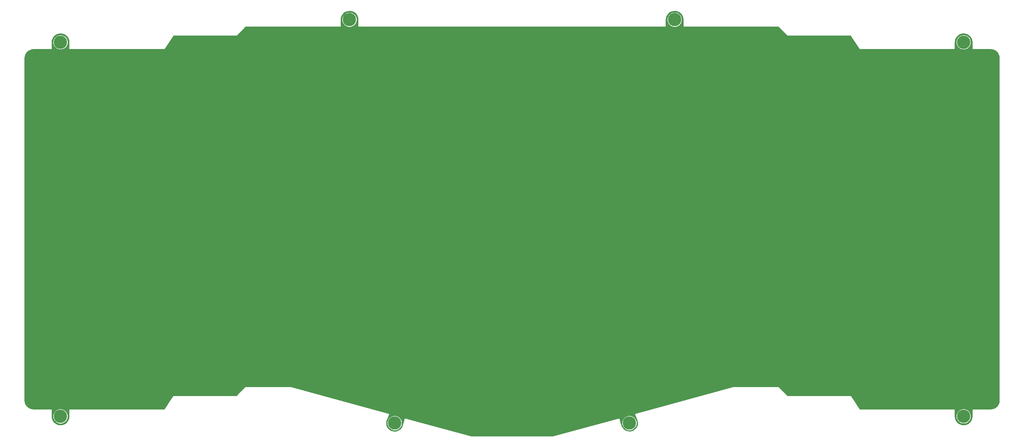
<source format=gbr>
G04 #@! TF.GenerationSoftware,KiCad,Pcbnew,(5.1.4-0)*
G04 #@! TF.CreationDate,2021-10-13T07:22:11-05:00*
G04 #@! TF.ProjectId,niko_top_plate,6e696b6f-5f74-46f7-905f-706c6174652e,rev?*
G04 #@! TF.SameCoordinates,Original*
G04 #@! TF.FileFunction,Copper,L1,Top*
G04 #@! TF.FilePolarity,Positive*
%FSLAX46Y46*%
G04 Gerber Fmt 4.6, Leading zero omitted, Abs format (unit mm)*
G04 Created by KiCad (PCBNEW (5.1.4-0)) date 2021-10-13 07:22:11*
%MOMM*%
%LPD*%
G04 APERTURE LIST*
%ADD10C,3.500000*%
%ADD11C,0.500000*%
%ADD12C,0.254000*%
G04 APERTURE END LIST*
D10*
X73819060Y-79176893D03*
X73819060Y-177999187D03*
X150019380Y-73223743D03*
X161926392Y-179784702D03*
X235744740Y-73223743D03*
X223839154Y-179784476D03*
X311945060Y-79176893D03*
X311945060Y-177998755D03*
D11*
X308373170Y-91526830D03*
D12*
G36*
X236162322Y-71034685D02*
G01*
X236579564Y-71157485D01*
X236965002Y-71358989D01*
X237303959Y-71631517D01*
X237583532Y-71964698D01*
X237793062Y-72345832D01*
X237924572Y-72760404D01*
X237973828Y-73199527D01*
X237974001Y-73224363D01*
X237974426Y-75002170D01*
X237973694Y-75009606D01*
X237974430Y-75017080D01*
X237974430Y-75017104D01*
X237975186Y-75024763D01*
X237976628Y-75039402D01*
X237976635Y-75039424D01*
X237976636Y-75039438D01*
X237979975Y-75050435D01*
X237985319Y-75068054D01*
X237985330Y-75068074D01*
X237985334Y-75068088D01*
X237991226Y-75079106D01*
X237999433Y-75094460D01*
X237999446Y-75094475D01*
X237999454Y-75094491D01*
X238008724Y-75105781D01*
X238018428Y-75117605D01*
X238018442Y-75117617D01*
X238018454Y-75117631D01*
X238030309Y-75127356D01*
X238041573Y-75136600D01*
X238041588Y-75136608D01*
X238041604Y-75136621D01*
X238055204Y-75143886D01*
X238067979Y-75150714D01*
X238067997Y-75150719D01*
X238068013Y-75150728D01*
X238084003Y-75155575D01*
X238096631Y-75159405D01*
X238096645Y-75159406D01*
X238096667Y-75159413D01*
X238113240Y-75161041D01*
X238118966Y-75161605D01*
X238118982Y-75161605D01*
X238126464Y-75162340D01*
X238133907Y-75161605D01*
X263066271Y-75161690D01*
X265397730Y-77493150D01*
X265402490Y-77498950D01*
X265425635Y-77517945D01*
X265452041Y-77532059D01*
X265472001Y-77538113D01*
X265480692Y-77540750D01*
X265483604Y-77541037D01*
X265503028Y-77542950D01*
X265503035Y-77542950D01*
X265510489Y-77543684D01*
X265517944Y-77542950D01*
X282097963Y-77542950D01*
X284430008Y-81041019D01*
X284433576Y-81047695D01*
X284442563Y-81058646D01*
X284452457Y-81070727D01*
X284452522Y-81070781D01*
X284452571Y-81070840D01*
X284463581Y-81079876D01*
X284475582Y-81089746D01*
X284475656Y-81089785D01*
X284475716Y-81089835D01*
X284488315Y-81096569D01*
X284501973Y-81103888D01*
X284502054Y-81103913D01*
X284502122Y-81103949D01*
X284515803Y-81108099D01*
X284530616Y-81112609D01*
X284530699Y-81112617D01*
X284530774Y-81112640D01*
X284545316Y-81114072D01*
X284560410Y-81115575D01*
X284567953Y-81114840D01*
X309556329Y-81114735D01*
X309563800Y-81115471D01*
X309593597Y-81112536D01*
X309622249Y-81103845D01*
X309648655Y-81089731D01*
X309671800Y-81070736D01*
X309690795Y-81047591D01*
X309704909Y-81021185D01*
X309713600Y-80992533D01*
X309715800Y-80970198D01*
X309715800Y-80970190D01*
X309716534Y-80962736D01*
X309715800Y-80955284D01*
X309715800Y-79184332D01*
X309735911Y-78979221D01*
X309938060Y-78979221D01*
X309938060Y-79374565D01*
X310015188Y-79762313D01*
X310166480Y-80127564D01*
X310386121Y-80456281D01*
X310665672Y-80735832D01*
X310994389Y-80955473D01*
X311359640Y-81106765D01*
X311747388Y-81183893D01*
X312142732Y-81183893D01*
X312530480Y-81106765D01*
X312895731Y-80955473D01*
X313224448Y-80735832D01*
X313503999Y-80456281D01*
X313723640Y-80127564D01*
X313874932Y-79762313D01*
X313952060Y-79374565D01*
X313952060Y-78979221D01*
X313874932Y-78591473D01*
X313723640Y-78226222D01*
X313503999Y-77897505D01*
X313224448Y-77617954D01*
X312895731Y-77398313D01*
X312530480Y-77247021D01*
X312142732Y-77169893D01*
X311747388Y-77169893D01*
X311359640Y-77247021D01*
X310994389Y-77398313D01*
X310665672Y-77617954D01*
X310386121Y-77897505D01*
X310166480Y-78226222D01*
X310015188Y-78591473D01*
X309938060Y-78979221D01*
X309735911Y-78979221D01*
X309758972Y-78744036D01*
X309884680Y-78327668D01*
X310088868Y-77943644D01*
X310363759Y-77606595D01*
X310698881Y-77329358D01*
X311081473Y-77122491D01*
X311496952Y-76993879D01*
X311929503Y-76948416D01*
X312362642Y-76987835D01*
X312779884Y-77110635D01*
X313165322Y-77312139D01*
X313504279Y-77584667D01*
X313783852Y-77917848D01*
X313993382Y-78298982D01*
X314124892Y-78713554D01*
X314174148Y-79152677D01*
X314174320Y-79177381D01*
X314174321Y-80955264D01*
X314173585Y-80962736D01*
X314176520Y-80992533D01*
X314185211Y-81021185D01*
X314199325Y-81047591D01*
X314218320Y-81070736D01*
X314241465Y-81089731D01*
X314267871Y-81103845D01*
X314296523Y-81112536D01*
X314318858Y-81114736D01*
X314326320Y-81115471D01*
X314333782Y-81114736D01*
X319081557Y-81114736D01*
X319521852Y-81157908D01*
X319938222Y-81283617D01*
X320322242Y-81487804D01*
X320659291Y-81762694D01*
X320936523Y-82097811D01*
X321143390Y-82480404D01*
X321272003Y-82895882D01*
X321318205Y-83335465D01*
X321318100Y-83336527D01*
X321318249Y-173824115D01*
X321275076Y-174264420D01*
X321149367Y-174680790D01*
X320945179Y-175064811D01*
X320670290Y-175401859D01*
X320335173Y-175679091D01*
X319952580Y-175885958D01*
X319537102Y-176014571D01*
X319097393Y-176060786D01*
X319088753Y-176060816D01*
X314333782Y-176060816D01*
X314326320Y-176060081D01*
X314318858Y-176060816D01*
X314296523Y-176063016D01*
X314267871Y-176071707D01*
X314241465Y-176085821D01*
X314218320Y-176104816D01*
X314199325Y-176127961D01*
X314185211Y-176154367D01*
X314176520Y-176183019D01*
X314173585Y-176212816D01*
X314174321Y-176220288D01*
X314174320Y-177991316D01*
X314131148Y-178431613D01*
X314005438Y-178847984D01*
X313801250Y-179232006D01*
X313526361Y-179569052D01*
X313191239Y-179846290D01*
X312808646Y-180053158D01*
X312393168Y-180181769D01*
X311960618Y-180227232D01*
X311527477Y-180187813D01*
X311110236Y-180065013D01*
X310724799Y-179863510D01*
X310385841Y-179590981D01*
X310106270Y-179257802D01*
X309896739Y-178876667D01*
X309765228Y-178462095D01*
X309715972Y-178022971D01*
X309715800Y-177998267D01*
X309715800Y-177801083D01*
X309938060Y-177801083D01*
X309938060Y-178196427D01*
X310015188Y-178584175D01*
X310166480Y-178949426D01*
X310386121Y-179278143D01*
X310665672Y-179557694D01*
X310994389Y-179777335D01*
X311359640Y-179928627D01*
X311747388Y-180005755D01*
X312142732Y-180005755D01*
X312530480Y-179928627D01*
X312895731Y-179777335D01*
X313224448Y-179557694D01*
X313503999Y-179278143D01*
X313723640Y-178949426D01*
X313874932Y-178584175D01*
X313952060Y-178196427D01*
X313952060Y-177801083D01*
X313874932Y-177413335D01*
X313723640Y-177048084D01*
X313503999Y-176719367D01*
X313224448Y-176439816D01*
X312895731Y-176220175D01*
X312530480Y-176068883D01*
X312142732Y-175991755D01*
X311747388Y-175991755D01*
X311359640Y-176068883D01*
X310994389Y-176220175D01*
X310665672Y-176439816D01*
X310386121Y-176719367D01*
X310166480Y-177048084D01*
X310015188Y-177413335D01*
X309938060Y-177801083D01*
X309715800Y-177801083D01*
X309715800Y-176220702D01*
X309716535Y-176213240D01*
X309713600Y-176183443D01*
X309704909Y-176154791D01*
X309690795Y-176128385D01*
X309671800Y-176105240D01*
X309648655Y-176086245D01*
X309622249Y-176072131D01*
X309593597Y-176063440D01*
X309571262Y-176061240D01*
X309563800Y-176060505D01*
X309556338Y-176061240D01*
X284641918Y-176061240D01*
X282309881Y-172563186D01*
X282306305Y-172556495D01*
X282296240Y-172544231D01*
X282287422Y-172533464D01*
X282287365Y-172533417D01*
X282287310Y-172533350D01*
X282275039Y-172523279D01*
X282264298Y-172514445D01*
X282264231Y-172514409D01*
X282264165Y-172514355D01*
X282250441Y-172507020D01*
X282237907Y-172500303D01*
X282237833Y-172500280D01*
X282237759Y-172500241D01*
X282223247Y-172495839D01*
X282209263Y-172491581D01*
X282209183Y-172491573D01*
X282209107Y-172491550D01*
X282194375Y-172490099D01*
X282179469Y-172488615D01*
X282171927Y-172489350D01*
X265573450Y-172489350D01*
X263241993Y-170157894D01*
X263237235Y-170152096D01*
X263214091Y-170133100D01*
X263187686Y-170118984D01*
X263159034Y-170110292D01*
X263159033Y-170110292D01*
X263159027Y-170110290D01*
X263129230Y-170107355D01*
X263121766Y-170108090D01*
X251223658Y-170107484D01*
X251210648Y-170107155D01*
X251201356Y-170108760D01*
X251191977Y-170109683D01*
X251179537Y-170113456D01*
X225302825Y-177252786D01*
X225299466Y-177253076D01*
X225270710Y-177261418D01*
X225262265Y-177265800D01*
X225258054Y-177267421D01*
X225253066Y-177270574D01*
X225244134Y-177275209D01*
X225238128Y-177280016D01*
X225232745Y-177283419D01*
X225226711Y-177289154D01*
X225220759Y-177293919D01*
X225217004Y-177298382D01*
X225211044Y-177304048D01*
X225204842Y-177312840D01*
X225201484Y-177316831D01*
X225199562Y-177320324D01*
X225193784Y-177328514D01*
X225188461Y-177340497D01*
X225187049Y-177343063D01*
X225186373Y-177345198D01*
X225181629Y-177355877D01*
X225178273Y-177370771D01*
X225178008Y-177371607D01*
X225177934Y-177372274D01*
X225175047Y-177385086D01*
X225174289Y-177415017D01*
X225179384Y-177444521D01*
X225190139Y-177472464D01*
X225193628Y-177477984D01*
X225779540Y-178942765D01*
X225907116Y-179344971D01*
X225953099Y-179755008D01*
X225918562Y-180166172D01*
X225804821Y-180562795D01*
X225616208Y-180929775D01*
X225359909Y-181253127D01*
X225045687Y-181520538D01*
X224685506Y-181721825D01*
X224293083Y-181849319D01*
X223883380Y-181898163D01*
X223471983Y-181866498D01*
X223074574Y-181755529D01*
X222706293Y-181569485D01*
X222381157Y-181315448D01*
X222111556Y-181003096D01*
X221907352Y-180643611D01*
X221785219Y-180289262D01*
X221591603Y-179586804D01*
X221832154Y-179586804D01*
X221832154Y-179982148D01*
X221909282Y-180369896D01*
X222060574Y-180735147D01*
X222280215Y-181063864D01*
X222559766Y-181343415D01*
X222888483Y-181563056D01*
X223253734Y-181714348D01*
X223641482Y-181791476D01*
X224036826Y-181791476D01*
X224424574Y-181714348D01*
X224789825Y-181563056D01*
X225118542Y-181343415D01*
X225398093Y-181063864D01*
X225617734Y-180735147D01*
X225769026Y-180369896D01*
X225846154Y-179982148D01*
X225846154Y-179586804D01*
X225769026Y-179199056D01*
X225617734Y-178833805D01*
X225398093Y-178505088D01*
X225118542Y-178225537D01*
X224789825Y-178005896D01*
X224424574Y-177854604D01*
X224036826Y-177777476D01*
X223641482Y-177777476D01*
X223253734Y-177854604D01*
X222888483Y-178005896D01*
X222559766Y-178225537D01*
X222280215Y-178505088D01*
X222060574Y-178833805D01*
X221909282Y-179199056D01*
X221832154Y-179586804D01*
X221591603Y-179586804D01*
X221304802Y-178546270D01*
X221296747Y-178525322D01*
X221280755Y-178500009D01*
X221260132Y-178478303D01*
X221235669Y-178461037D01*
X221208309Y-178448875D01*
X221179102Y-178442285D01*
X221149172Y-178441520D01*
X221119666Y-178446608D01*
X221108996Y-178450711D01*
X203574092Y-183205020D01*
X182186641Y-183205020D01*
X164652948Y-178449201D01*
X164646236Y-178446620D01*
X164638535Y-178445292D01*
X164638240Y-178445212D01*
X164631255Y-178444037D01*
X164616730Y-178441532D01*
X164616417Y-178441540D01*
X164616108Y-178441488D01*
X164601422Y-178441924D01*
X164586799Y-178442298D01*
X164586495Y-178442367D01*
X164586181Y-178442376D01*
X164571849Y-178445671D01*
X164557592Y-178448888D01*
X164557307Y-178449015D01*
X164557001Y-178449085D01*
X164543531Y-178455138D01*
X164530232Y-178461050D01*
X164529979Y-178461229D01*
X164529691Y-178461358D01*
X164517776Y-178469841D01*
X164505769Y-178478315D01*
X164505551Y-178478545D01*
X164505299Y-178478724D01*
X164495338Y-178489294D01*
X164485146Y-178500022D01*
X164484978Y-178500288D01*
X164484765Y-178500514D01*
X164477115Y-178512734D01*
X164469154Y-178525334D01*
X164469039Y-178525633D01*
X164468877Y-178525892D01*
X164463763Y-178539354D01*
X164461099Y-178546282D01*
X164461014Y-178546590D01*
X164458244Y-178553882D01*
X164457053Y-178560963D01*
X163980900Y-180288488D01*
X163839121Y-180685855D01*
X163627620Y-181040141D01*
X163351335Y-181346596D01*
X163020791Y-181593548D01*
X162648578Y-181771594D01*
X162248858Y-181873956D01*
X161836881Y-181896727D01*
X161428329Y-181839046D01*
X161038746Y-181703103D01*
X160683005Y-181494088D01*
X160374623Y-181219945D01*
X160125370Y-180891135D01*
X159944728Y-180520168D01*
X159839580Y-180121180D01*
X159813932Y-179709370D01*
X159830334Y-179587030D01*
X159919392Y-179587030D01*
X159919392Y-179982374D01*
X159996520Y-180370122D01*
X160147812Y-180735373D01*
X160367453Y-181064090D01*
X160647004Y-181343641D01*
X160975721Y-181563282D01*
X161340972Y-181714574D01*
X161728720Y-181791702D01*
X162124064Y-181791702D01*
X162511812Y-181714574D01*
X162877063Y-181563282D01*
X163205780Y-181343641D01*
X163485331Y-181064090D01*
X163704972Y-180735373D01*
X163856264Y-180370122D01*
X163933392Y-179982374D01*
X163933392Y-179587030D01*
X163856264Y-179199282D01*
X163704972Y-178834031D01*
X163485331Y-178505314D01*
X163205780Y-178225763D01*
X162877063Y-178006122D01*
X162511812Y-177854830D01*
X162124064Y-177777702D01*
X161728720Y-177777702D01*
X161340972Y-177854830D01*
X160975721Y-178006122D01*
X160647004Y-178225763D01*
X160367453Y-178505314D01*
X160147812Y-178834031D01*
X159996520Y-179199282D01*
X159919392Y-179587030D01*
X159830334Y-179587030D01*
X159868872Y-179299597D01*
X159986059Y-178943535D01*
X160574413Y-177472648D01*
X160574952Y-177471795D01*
X160579961Y-177458777D01*
X160582367Y-177452763D01*
X160582647Y-177451798D01*
X160585705Y-177443851D01*
X160586811Y-177437446D01*
X160588620Y-177431209D01*
X160589351Y-177422732D01*
X160590798Y-177414347D01*
X160590633Y-177407850D01*
X160591191Y-177401378D01*
X160590255Y-177392929D01*
X160590039Y-177384415D01*
X160588609Y-177378072D01*
X160587894Y-177371619D01*
X160585327Y-177363514D01*
X160583454Y-177355207D01*
X160580813Y-177349262D01*
X160578853Y-177343075D01*
X160574756Y-177335631D01*
X160571297Y-177327844D01*
X160567546Y-177322528D01*
X160564418Y-177316843D01*
X160558947Y-177310340D01*
X160554036Y-177303379D01*
X160549323Y-177298899D01*
X160545143Y-177293931D01*
X160538503Y-177288616D01*
X160532333Y-177282752D01*
X160526836Y-177279277D01*
X160521768Y-177275221D01*
X160514224Y-177271306D01*
X160507024Y-177266755D01*
X160500956Y-177264420D01*
X160495192Y-177261429D01*
X160487022Y-177259059D01*
X160486078Y-177258696D01*
X160479799Y-177256964D01*
X160466436Y-177253088D01*
X160465433Y-177253001D01*
X134583469Y-170114076D01*
X134570987Y-170110290D01*
X134561590Y-170109364D01*
X134552297Y-170107760D01*
X134539301Y-170108090D01*
X122642344Y-170108090D01*
X122634889Y-170107356D01*
X122627435Y-170108090D01*
X122627428Y-170108090D01*
X122608004Y-170110003D01*
X122605092Y-170110290D01*
X122596401Y-170112927D01*
X122576441Y-170118981D01*
X122550035Y-170133095D01*
X122526890Y-170152090D01*
X122522130Y-170157890D01*
X120190671Y-172489350D01*
X103592192Y-172489350D01*
X103584650Y-172488615D01*
X103569650Y-172490108D01*
X103555013Y-172491550D01*
X103554938Y-172491573D01*
X103554856Y-172491581D01*
X103540309Y-172496010D01*
X103526361Y-172500241D01*
X103526292Y-172500278D01*
X103526213Y-172500302D01*
X103512946Y-172507411D01*
X103499955Y-172514355D01*
X103499893Y-172514406D01*
X103499822Y-172514444D01*
X103488291Y-172523928D01*
X103476810Y-172533350D01*
X103476759Y-172533412D01*
X103476697Y-172533463D01*
X103467269Y-172544976D01*
X103457815Y-172556495D01*
X103454243Y-172563179D01*
X101122204Y-176061239D01*
X76207785Y-176060816D01*
X76200320Y-176060081D01*
X76170524Y-176063016D01*
X76141872Y-176071707D01*
X76115466Y-176085821D01*
X76092321Y-176104816D01*
X76091895Y-176105335D01*
X76073327Y-176127959D01*
X76059212Y-176154365D01*
X76050521Y-176183017D01*
X76047586Y-176212814D01*
X76048321Y-176220278D01*
X76048320Y-177991748D01*
X76005148Y-178432045D01*
X75879438Y-178848416D01*
X75675250Y-179232438D01*
X75400361Y-179569484D01*
X75065239Y-179846722D01*
X74682646Y-180053590D01*
X74267168Y-180182201D01*
X73834618Y-180227664D01*
X73401477Y-180188245D01*
X72984236Y-180065445D01*
X72598799Y-179863942D01*
X72259841Y-179591413D01*
X71980270Y-179258234D01*
X71770739Y-178877099D01*
X71639228Y-178462527D01*
X71589972Y-178023403D01*
X71589799Y-177998626D01*
X71589908Y-177801515D01*
X71812060Y-177801515D01*
X71812060Y-178196859D01*
X71889188Y-178584607D01*
X72040480Y-178949858D01*
X72260121Y-179278575D01*
X72539672Y-179558126D01*
X72868389Y-179777767D01*
X73233640Y-179929059D01*
X73621388Y-180006187D01*
X74016732Y-180006187D01*
X74404480Y-179929059D01*
X74769731Y-179777767D01*
X75098448Y-179558126D01*
X75377999Y-179278575D01*
X75597640Y-178949858D01*
X75748932Y-178584607D01*
X75826060Y-178196859D01*
X75826060Y-177801515D01*
X75748932Y-177413767D01*
X75597640Y-177048516D01*
X75377999Y-176719799D01*
X75098448Y-176440248D01*
X74769731Y-176220607D01*
X74404480Y-176069315D01*
X74016732Y-175992187D01*
X73621388Y-175992187D01*
X73233640Y-176069315D01*
X72868389Y-176220607D01*
X72539672Y-176440248D01*
X72260121Y-176719799D01*
X72040480Y-177048516D01*
X71889188Y-177413767D01*
X71812060Y-177801515D01*
X71589908Y-177801515D01*
X71590784Y-176220321D01*
X71591523Y-176212816D01*
X71590002Y-176197374D01*
X71588604Y-176183103D01*
X71588593Y-176183065D01*
X71588588Y-176183019D01*
X71583835Y-176167349D01*
X71579929Y-176154446D01*
X71579910Y-176154411D01*
X71579897Y-176154367D01*
X71572040Y-176139667D01*
X71565829Y-176128032D01*
X71565806Y-176128004D01*
X71565783Y-176127961D01*
X71554847Y-176114636D01*
X71546847Y-176104877D01*
X71546820Y-176104854D01*
X71546788Y-176104816D01*
X71533636Y-176094022D01*
X71523713Y-176085869D01*
X71523680Y-176085851D01*
X71523643Y-176085821D01*
X71509177Y-176078089D01*
X71497315Y-176071740D01*
X71497277Y-176071729D01*
X71497237Y-176071707D01*
X71481770Y-176067015D01*
X71468667Y-176063033D01*
X71468628Y-176063029D01*
X71468585Y-176063016D01*
X71452245Y-176061406D01*
X71438872Y-176060082D01*
X71431377Y-176060816D01*
X66683723Y-176060816D01*
X66243428Y-176017644D01*
X65827058Y-175891935D01*
X65443037Y-175687747D01*
X65105989Y-175412858D01*
X64828757Y-175077741D01*
X64621890Y-174695148D01*
X64493277Y-174279670D01*
X64447062Y-173839961D01*
X64447032Y-173831321D01*
X64447032Y-83351427D01*
X64490204Y-82911132D01*
X64615913Y-82494762D01*
X64820100Y-82110742D01*
X65094990Y-81773693D01*
X65430107Y-81496461D01*
X65812700Y-81289594D01*
X66228178Y-81160981D01*
X66667887Y-81114766D01*
X66668070Y-81114766D01*
X66668826Y-81114840D01*
X71431370Y-81114735D01*
X71438872Y-81115470D01*
X71453603Y-81114011D01*
X71468588Y-81112535D01*
X71468628Y-81112523D01*
X71468667Y-81112519D01*
X71482742Y-81108241D01*
X71497240Y-81103843D01*
X71497276Y-81103824D01*
X71497315Y-81103812D01*
X71510117Y-81096960D01*
X71523645Y-81089729D01*
X71523679Y-81089701D01*
X71523713Y-81089683D01*
X71534506Y-81080815D01*
X71546790Y-81070733D01*
X71546818Y-81070699D01*
X71546847Y-81070675D01*
X71555679Y-81059901D01*
X71565784Y-81047588D01*
X71565804Y-81047550D01*
X71565829Y-81047520D01*
X71572708Y-81034634D01*
X71579898Y-81021181D01*
X71579910Y-81021142D01*
X71579929Y-81021106D01*
X71584282Y-81006727D01*
X71588588Y-80992529D01*
X71588592Y-80992489D01*
X71588604Y-80992449D01*
X71590165Y-80976512D01*
X71591522Y-80962733D01*
X71590784Y-80955238D01*
X71589803Y-79184298D01*
X71609911Y-78979221D01*
X71812060Y-78979221D01*
X71812060Y-79374565D01*
X71889188Y-79762313D01*
X72040480Y-80127564D01*
X72260121Y-80456281D01*
X72539672Y-80735832D01*
X72868389Y-80955473D01*
X73233640Y-81106765D01*
X73621388Y-81183893D01*
X74016732Y-81183893D01*
X74404480Y-81106765D01*
X74769731Y-80955473D01*
X75098448Y-80735832D01*
X75377999Y-80456281D01*
X75597640Y-80127564D01*
X75748932Y-79762313D01*
X75826060Y-79374565D01*
X75826060Y-78979221D01*
X75748932Y-78591473D01*
X75597640Y-78226222D01*
X75377999Y-77897505D01*
X75098448Y-77617954D01*
X74769731Y-77398313D01*
X74404480Y-77247021D01*
X74016732Y-77169893D01*
X73621388Y-77169893D01*
X73233640Y-77247021D01*
X72868389Y-77398313D01*
X72539672Y-77617954D01*
X72260121Y-77897505D01*
X72040480Y-78226222D01*
X71889188Y-78591473D01*
X71812060Y-78979221D01*
X71609911Y-78979221D01*
X71632972Y-78744036D01*
X71758680Y-78327668D01*
X71962868Y-77943644D01*
X72237759Y-77606595D01*
X72572881Y-77329358D01*
X72955473Y-77122491D01*
X73370952Y-76993879D01*
X73803503Y-76948416D01*
X74236642Y-76987835D01*
X74653884Y-77110635D01*
X75039322Y-77312139D01*
X75378279Y-77584667D01*
X75657852Y-77917848D01*
X75867382Y-78298982D01*
X75998892Y-78713554D01*
X76048148Y-79152677D01*
X76048320Y-79177425D01*
X76049289Y-80955316D01*
X76048558Y-80962736D01*
X76049297Y-80970241D01*
X76049297Y-80970280D01*
X76049964Y-80977016D01*
X76051492Y-80992532D01*
X76051505Y-80992575D01*
X76051509Y-80992614D01*
X76055659Y-81006269D01*
X76060183Y-81021184D01*
X76060203Y-81021221D01*
X76060215Y-81021261D01*
X76066927Y-81033801D01*
X76074297Y-81047590D01*
X76074326Y-81047625D01*
X76074344Y-81047659D01*
X76083400Y-81058682D01*
X76093292Y-81070735D01*
X76093324Y-81070762D01*
X76093351Y-81070794D01*
X76104472Y-81079910D01*
X76116437Y-81089730D01*
X76116477Y-81089751D01*
X76116507Y-81089776D01*
X76129105Y-81096501D01*
X76142843Y-81103844D01*
X76142883Y-81103856D01*
X76142920Y-81103876D01*
X76157061Y-81108157D01*
X76171495Y-81112535D01*
X76171538Y-81112539D01*
X76171577Y-81112551D01*
X76186235Y-81113987D01*
X76193830Y-81114735D01*
X76193872Y-81114735D01*
X76201375Y-81115470D01*
X76208795Y-81114735D01*
X101196166Y-81114840D01*
X101203709Y-81115575D01*
X101218709Y-81114082D01*
X101233346Y-81112640D01*
X101233421Y-81112617D01*
X101233503Y-81112609D01*
X101247747Y-81108272D01*
X101261998Y-81103949D01*
X101262070Y-81103910D01*
X101262147Y-81103887D01*
X101275073Y-81096961D01*
X101288404Y-81089835D01*
X101288468Y-81089783D01*
X101288538Y-81089745D01*
X101299922Y-81080382D01*
X101311549Y-81070840D01*
X101311602Y-81070775D01*
X101311662Y-81070726D01*
X101321378Y-81058863D01*
X101330544Y-81047695D01*
X101334116Y-81041012D01*
X103666158Y-77542950D01*
X120246168Y-77542950D01*
X120253630Y-77543685D01*
X120283427Y-77540750D01*
X120312079Y-77532059D01*
X120338485Y-77517945D01*
X120361630Y-77498950D01*
X120366395Y-77493144D01*
X122697850Y-75161690D01*
X147630649Y-75161605D01*
X147638120Y-75162341D01*
X147667917Y-75159406D01*
X147696569Y-75150715D01*
X147722975Y-75136601D01*
X147746120Y-75117606D01*
X147765115Y-75094461D01*
X147779229Y-75068055D01*
X147787920Y-75039403D01*
X147790120Y-75017068D01*
X147790120Y-75017060D01*
X147790854Y-75009606D01*
X147790120Y-75002154D01*
X147790120Y-73231182D01*
X147810231Y-73026071D01*
X148012380Y-73026071D01*
X148012380Y-73421415D01*
X148089508Y-73809163D01*
X148240800Y-74174414D01*
X148460441Y-74503131D01*
X148739992Y-74782682D01*
X149068709Y-75002323D01*
X149433960Y-75153615D01*
X149821708Y-75230743D01*
X150217052Y-75230743D01*
X150604800Y-75153615D01*
X150970051Y-75002323D01*
X151298768Y-74782682D01*
X151578319Y-74503131D01*
X151797960Y-74174414D01*
X151949252Y-73809163D01*
X152026380Y-73421415D01*
X152026380Y-73026071D01*
X151949252Y-72638323D01*
X151797960Y-72273072D01*
X151578319Y-71944355D01*
X151298768Y-71664804D01*
X150970051Y-71445163D01*
X150604800Y-71293871D01*
X150217052Y-71216743D01*
X149821708Y-71216743D01*
X149433960Y-71293871D01*
X149068709Y-71445163D01*
X148739992Y-71664804D01*
X148460441Y-71944355D01*
X148240800Y-72273072D01*
X148089508Y-72638323D01*
X148012380Y-73026071D01*
X147810231Y-73026071D01*
X147833292Y-72790886D01*
X147959000Y-72374518D01*
X148163188Y-71990494D01*
X148438079Y-71653445D01*
X148773201Y-71376208D01*
X149155793Y-71169341D01*
X149571272Y-71040729D01*
X150003823Y-70995266D01*
X150436962Y-71034685D01*
X150854204Y-71157485D01*
X151239642Y-71358989D01*
X151578599Y-71631517D01*
X151858172Y-71964698D01*
X152067702Y-72345832D01*
X152199212Y-72760404D01*
X152248468Y-73199527D01*
X152248640Y-73224231D01*
X152248641Y-75002134D01*
X152247905Y-75009606D01*
X152250840Y-75039403D01*
X152259531Y-75068055D01*
X152273645Y-75094461D01*
X152292640Y-75117606D01*
X152315785Y-75136601D01*
X152342191Y-75150715D01*
X152370843Y-75159406D01*
X152393178Y-75161606D01*
X152400640Y-75162341D01*
X152408102Y-75161606D01*
X233356018Y-75161606D01*
X233363480Y-75162341D01*
X233393277Y-75159406D01*
X233421929Y-75150715D01*
X233448335Y-75136601D01*
X233471480Y-75117606D01*
X233490475Y-75094461D01*
X233504589Y-75068055D01*
X233513280Y-75039403D01*
X233515480Y-75017068D01*
X233516215Y-75009606D01*
X233515480Y-75002144D01*
X233515480Y-73231182D01*
X233535591Y-73026071D01*
X233737740Y-73026071D01*
X233737740Y-73421415D01*
X233814868Y-73809163D01*
X233966160Y-74174414D01*
X234185801Y-74503131D01*
X234465352Y-74782682D01*
X234794069Y-75002323D01*
X235159320Y-75153615D01*
X235547068Y-75230743D01*
X235942412Y-75230743D01*
X236330160Y-75153615D01*
X236695411Y-75002323D01*
X237024128Y-74782682D01*
X237303679Y-74503131D01*
X237523320Y-74174414D01*
X237674612Y-73809163D01*
X237751740Y-73421415D01*
X237751740Y-73026071D01*
X237674612Y-72638323D01*
X237523320Y-72273072D01*
X237303679Y-71944355D01*
X237024128Y-71664804D01*
X236695411Y-71445163D01*
X236330160Y-71293871D01*
X235942412Y-71216743D01*
X235547068Y-71216743D01*
X235159320Y-71293871D01*
X234794069Y-71445163D01*
X234465352Y-71664804D01*
X234185801Y-71944355D01*
X233966160Y-72273072D01*
X233814868Y-72638323D01*
X233737740Y-73026071D01*
X233535591Y-73026071D01*
X233558652Y-72790886D01*
X233684360Y-72374518D01*
X233888548Y-71990494D01*
X234163439Y-71653445D01*
X234498561Y-71376208D01*
X234881153Y-71169341D01*
X235296632Y-71040729D01*
X235729183Y-70995266D01*
X236162322Y-71034685D01*
X236162322Y-71034685D01*
G37*
X236162322Y-71034685D02*
X236579564Y-71157485D01*
X236965002Y-71358989D01*
X237303959Y-71631517D01*
X237583532Y-71964698D01*
X237793062Y-72345832D01*
X237924572Y-72760404D01*
X237973828Y-73199527D01*
X237974001Y-73224363D01*
X237974426Y-75002170D01*
X237973694Y-75009606D01*
X237974430Y-75017080D01*
X237974430Y-75017104D01*
X237975186Y-75024763D01*
X237976628Y-75039402D01*
X237976635Y-75039424D01*
X237976636Y-75039438D01*
X237979975Y-75050435D01*
X237985319Y-75068054D01*
X237985330Y-75068074D01*
X237985334Y-75068088D01*
X237991226Y-75079106D01*
X237999433Y-75094460D01*
X237999446Y-75094475D01*
X237999454Y-75094491D01*
X238008724Y-75105781D01*
X238018428Y-75117605D01*
X238018442Y-75117617D01*
X238018454Y-75117631D01*
X238030309Y-75127356D01*
X238041573Y-75136600D01*
X238041588Y-75136608D01*
X238041604Y-75136621D01*
X238055204Y-75143886D01*
X238067979Y-75150714D01*
X238067997Y-75150719D01*
X238068013Y-75150728D01*
X238084003Y-75155575D01*
X238096631Y-75159405D01*
X238096645Y-75159406D01*
X238096667Y-75159413D01*
X238113240Y-75161041D01*
X238118966Y-75161605D01*
X238118982Y-75161605D01*
X238126464Y-75162340D01*
X238133907Y-75161605D01*
X263066271Y-75161690D01*
X265397730Y-77493150D01*
X265402490Y-77498950D01*
X265425635Y-77517945D01*
X265452041Y-77532059D01*
X265472001Y-77538113D01*
X265480692Y-77540750D01*
X265483604Y-77541037D01*
X265503028Y-77542950D01*
X265503035Y-77542950D01*
X265510489Y-77543684D01*
X265517944Y-77542950D01*
X282097963Y-77542950D01*
X284430008Y-81041019D01*
X284433576Y-81047695D01*
X284442563Y-81058646D01*
X284452457Y-81070727D01*
X284452522Y-81070781D01*
X284452571Y-81070840D01*
X284463581Y-81079876D01*
X284475582Y-81089746D01*
X284475656Y-81089785D01*
X284475716Y-81089835D01*
X284488315Y-81096569D01*
X284501973Y-81103888D01*
X284502054Y-81103913D01*
X284502122Y-81103949D01*
X284515803Y-81108099D01*
X284530616Y-81112609D01*
X284530699Y-81112617D01*
X284530774Y-81112640D01*
X284545316Y-81114072D01*
X284560410Y-81115575D01*
X284567953Y-81114840D01*
X309556329Y-81114735D01*
X309563800Y-81115471D01*
X309593597Y-81112536D01*
X309622249Y-81103845D01*
X309648655Y-81089731D01*
X309671800Y-81070736D01*
X309690795Y-81047591D01*
X309704909Y-81021185D01*
X309713600Y-80992533D01*
X309715800Y-80970198D01*
X309715800Y-80970190D01*
X309716534Y-80962736D01*
X309715800Y-80955284D01*
X309715800Y-79184332D01*
X309735911Y-78979221D01*
X309938060Y-78979221D01*
X309938060Y-79374565D01*
X310015188Y-79762313D01*
X310166480Y-80127564D01*
X310386121Y-80456281D01*
X310665672Y-80735832D01*
X310994389Y-80955473D01*
X311359640Y-81106765D01*
X311747388Y-81183893D01*
X312142732Y-81183893D01*
X312530480Y-81106765D01*
X312895731Y-80955473D01*
X313224448Y-80735832D01*
X313503999Y-80456281D01*
X313723640Y-80127564D01*
X313874932Y-79762313D01*
X313952060Y-79374565D01*
X313952060Y-78979221D01*
X313874932Y-78591473D01*
X313723640Y-78226222D01*
X313503999Y-77897505D01*
X313224448Y-77617954D01*
X312895731Y-77398313D01*
X312530480Y-77247021D01*
X312142732Y-77169893D01*
X311747388Y-77169893D01*
X311359640Y-77247021D01*
X310994389Y-77398313D01*
X310665672Y-77617954D01*
X310386121Y-77897505D01*
X310166480Y-78226222D01*
X310015188Y-78591473D01*
X309938060Y-78979221D01*
X309735911Y-78979221D01*
X309758972Y-78744036D01*
X309884680Y-78327668D01*
X310088868Y-77943644D01*
X310363759Y-77606595D01*
X310698881Y-77329358D01*
X311081473Y-77122491D01*
X311496952Y-76993879D01*
X311929503Y-76948416D01*
X312362642Y-76987835D01*
X312779884Y-77110635D01*
X313165322Y-77312139D01*
X313504279Y-77584667D01*
X313783852Y-77917848D01*
X313993382Y-78298982D01*
X314124892Y-78713554D01*
X314174148Y-79152677D01*
X314174320Y-79177381D01*
X314174321Y-80955264D01*
X314173585Y-80962736D01*
X314176520Y-80992533D01*
X314185211Y-81021185D01*
X314199325Y-81047591D01*
X314218320Y-81070736D01*
X314241465Y-81089731D01*
X314267871Y-81103845D01*
X314296523Y-81112536D01*
X314318858Y-81114736D01*
X314326320Y-81115471D01*
X314333782Y-81114736D01*
X319081557Y-81114736D01*
X319521852Y-81157908D01*
X319938222Y-81283617D01*
X320322242Y-81487804D01*
X320659291Y-81762694D01*
X320936523Y-82097811D01*
X321143390Y-82480404D01*
X321272003Y-82895882D01*
X321318205Y-83335465D01*
X321318100Y-83336527D01*
X321318249Y-173824115D01*
X321275076Y-174264420D01*
X321149367Y-174680790D01*
X320945179Y-175064811D01*
X320670290Y-175401859D01*
X320335173Y-175679091D01*
X319952580Y-175885958D01*
X319537102Y-176014571D01*
X319097393Y-176060786D01*
X319088753Y-176060816D01*
X314333782Y-176060816D01*
X314326320Y-176060081D01*
X314318858Y-176060816D01*
X314296523Y-176063016D01*
X314267871Y-176071707D01*
X314241465Y-176085821D01*
X314218320Y-176104816D01*
X314199325Y-176127961D01*
X314185211Y-176154367D01*
X314176520Y-176183019D01*
X314173585Y-176212816D01*
X314174321Y-176220288D01*
X314174320Y-177991316D01*
X314131148Y-178431613D01*
X314005438Y-178847984D01*
X313801250Y-179232006D01*
X313526361Y-179569052D01*
X313191239Y-179846290D01*
X312808646Y-180053158D01*
X312393168Y-180181769D01*
X311960618Y-180227232D01*
X311527477Y-180187813D01*
X311110236Y-180065013D01*
X310724799Y-179863510D01*
X310385841Y-179590981D01*
X310106270Y-179257802D01*
X309896739Y-178876667D01*
X309765228Y-178462095D01*
X309715972Y-178022971D01*
X309715800Y-177998267D01*
X309715800Y-177801083D01*
X309938060Y-177801083D01*
X309938060Y-178196427D01*
X310015188Y-178584175D01*
X310166480Y-178949426D01*
X310386121Y-179278143D01*
X310665672Y-179557694D01*
X310994389Y-179777335D01*
X311359640Y-179928627D01*
X311747388Y-180005755D01*
X312142732Y-180005755D01*
X312530480Y-179928627D01*
X312895731Y-179777335D01*
X313224448Y-179557694D01*
X313503999Y-179278143D01*
X313723640Y-178949426D01*
X313874932Y-178584175D01*
X313952060Y-178196427D01*
X313952060Y-177801083D01*
X313874932Y-177413335D01*
X313723640Y-177048084D01*
X313503999Y-176719367D01*
X313224448Y-176439816D01*
X312895731Y-176220175D01*
X312530480Y-176068883D01*
X312142732Y-175991755D01*
X311747388Y-175991755D01*
X311359640Y-176068883D01*
X310994389Y-176220175D01*
X310665672Y-176439816D01*
X310386121Y-176719367D01*
X310166480Y-177048084D01*
X310015188Y-177413335D01*
X309938060Y-177801083D01*
X309715800Y-177801083D01*
X309715800Y-176220702D01*
X309716535Y-176213240D01*
X309713600Y-176183443D01*
X309704909Y-176154791D01*
X309690795Y-176128385D01*
X309671800Y-176105240D01*
X309648655Y-176086245D01*
X309622249Y-176072131D01*
X309593597Y-176063440D01*
X309571262Y-176061240D01*
X309563800Y-176060505D01*
X309556338Y-176061240D01*
X284641918Y-176061240D01*
X282309881Y-172563186D01*
X282306305Y-172556495D01*
X282296240Y-172544231D01*
X282287422Y-172533464D01*
X282287365Y-172533417D01*
X282287310Y-172533350D01*
X282275039Y-172523279D01*
X282264298Y-172514445D01*
X282264231Y-172514409D01*
X282264165Y-172514355D01*
X282250441Y-172507020D01*
X282237907Y-172500303D01*
X282237833Y-172500280D01*
X282237759Y-172500241D01*
X282223247Y-172495839D01*
X282209263Y-172491581D01*
X282209183Y-172491573D01*
X282209107Y-172491550D01*
X282194375Y-172490099D01*
X282179469Y-172488615D01*
X282171927Y-172489350D01*
X265573450Y-172489350D01*
X263241993Y-170157894D01*
X263237235Y-170152096D01*
X263214091Y-170133100D01*
X263187686Y-170118984D01*
X263159034Y-170110292D01*
X263159033Y-170110292D01*
X263159027Y-170110290D01*
X263129230Y-170107355D01*
X263121766Y-170108090D01*
X251223658Y-170107484D01*
X251210648Y-170107155D01*
X251201356Y-170108760D01*
X251191977Y-170109683D01*
X251179537Y-170113456D01*
X225302825Y-177252786D01*
X225299466Y-177253076D01*
X225270710Y-177261418D01*
X225262265Y-177265800D01*
X225258054Y-177267421D01*
X225253066Y-177270574D01*
X225244134Y-177275209D01*
X225238128Y-177280016D01*
X225232745Y-177283419D01*
X225226711Y-177289154D01*
X225220759Y-177293919D01*
X225217004Y-177298382D01*
X225211044Y-177304048D01*
X225204842Y-177312840D01*
X225201484Y-177316831D01*
X225199562Y-177320324D01*
X225193784Y-177328514D01*
X225188461Y-177340497D01*
X225187049Y-177343063D01*
X225186373Y-177345198D01*
X225181629Y-177355877D01*
X225178273Y-177370771D01*
X225178008Y-177371607D01*
X225177934Y-177372274D01*
X225175047Y-177385086D01*
X225174289Y-177415017D01*
X225179384Y-177444521D01*
X225190139Y-177472464D01*
X225193628Y-177477984D01*
X225779540Y-178942765D01*
X225907116Y-179344971D01*
X225953099Y-179755008D01*
X225918562Y-180166172D01*
X225804821Y-180562795D01*
X225616208Y-180929775D01*
X225359909Y-181253127D01*
X225045687Y-181520538D01*
X224685506Y-181721825D01*
X224293083Y-181849319D01*
X223883380Y-181898163D01*
X223471983Y-181866498D01*
X223074574Y-181755529D01*
X222706293Y-181569485D01*
X222381157Y-181315448D01*
X222111556Y-181003096D01*
X221907352Y-180643611D01*
X221785219Y-180289262D01*
X221591603Y-179586804D01*
X221832154Y-179586804D01*
X221832154Y-179982148D01*
X221909282Y-180369896D01*
X222060574Y-180735147D01*
X222280215Y-181063864D01*
X222559766Y-181343415D01*
X222888483Y-181563056D01*
X223253734Y-181714348D01*
X223641482Y-181791476D01*
X224036826Y-181791476D01*
X224424574Y-181714348D01*
X224789825Y-181563056D01*
X225118542Y-181343415D01*
X225398093Y-181063864D01*
X225617734Y-180735147D01*
X225769026Y-180369896D01*
X225846154Y-179982148D01*
X225846154Y-179586804D01*
X225769026Y-179199056D01*
X225617734Y-178833805D01*
X225398093Y-178505088D01*
X225118542Y-178225537D01*
X224789825Y-178005896D01*
X224424574Y-177854604D01*
X224036826Y-177777476D01*
X223641482Y-177777476D01*
X223253734Y-177854604D01*
X222888483Y-178005896D01*
X222559766Y-178225537D01*
X222280215Y-178505088D01*
X222060574Y-178833805D01*
X221909282Y-179199056D01*
X221832154Y-179586804D01*
X221591603Y-179586804D01*
X221304802Y-178546270D01*
X221296747Y-178525322D01*
X221280755Y-178500009D01*
X221260132Y-178478303D01*
X221235669Y-178461037D01*
X221208309Y-178448875D01*
X221179102Y-178442285D01*
X221149172Y-178441520D01*
X221119666Y-178446608D01*
X221108996Y-178450711D01*
X203574092Y-183205020D01*
X182186641Y-183205020D01*
X164652948Y-178449201D01*
X164646236Y-178446620D01*
X164638535Y-178445292D01*
X164638240Y-178445212D01*
X164631255Y-178444037D01*
X164616730Y-178441532D01*
X164616417Y-178441540D01*
X164616108Y-178441488D01*
X164601422Y-178441924D01*
X164586799Y-178442298D01*
X164586495Y-178442367D01*
X164586181Y-178442376D01*
X164571849Y-178445671D01*
X164557592Y-178448888D01*
X164557307Y-178449015D01*
X164557001Y-178449085D01*
X164543531Y-178455138D01*
X164530232Y-178461050D01*
X164529979Y-178461229D01*
X164529691Y-178461358D01*
X164517776Y-178469841D01*
X164505769Y-178478315D01*
X164505551Y-178478545D01*
X164505299Y-178478724D01*
X164495338Y-178489294D01*
X164485146Y-178500022D01*
X164484978Y-178500288D01*
X164484765Y-178500514D01*
X164477115Y-178512734D01*
X164469154Y-178525334D01*
X164469039Y-178525633D01*
X164468877Y-178525892D01*
X164463763Y-178539354D01*
X164461099Y-178546282D01*
X164461014Y-178546590D01*
X164458244Y-178553882D01*
X164457053Y-178560963D01*
X163980900Y-180288488D01*
X163839121Y-180685855D01*
X163627620Y-181040141D01*
X163351335Y-181346596D01*
X163020791Y-181593548D01*
X162648578Y-181771594D01*
X162248858Y-181873956D01*
X161836881Y-181896727D01*
X161428329Y-181839046D01*
X161038746Y-181703103D01*
X160683005Y-181494088D01*
X160374623Y-181219945D01*
X160125370Y-180891135D01*
X159944728Y-180520168D01*
X159839580Y-180121180D01*
X159813932Y-179709370D01*
X159830334Y-179587030D01*
X159919392Y-179587030D01*
X159919392Y-179982374D01*
X159996520Y-180370122D01*
X160147812Y-180735373D01*
X160367453Y-181064090D01*
X160647004Y-181343641D01*
X160975721Y-181563282D01*
X161340972Y-181714574D01*
X161728720Y-181791702D01*
X162124064Y-181791702D01*
X162511812Y-181714574D01*
X162877063Y-181563282D01*
X163205780Y-181343641D01*
X163485331Y-181064090D01*
X163704972Y-180735373D01*
X163856264Y-180370122D01*
X163933392Y-179982374D01*
X163933392Y-179587030D01*
X163856264Y-179199282D01*
X163704972Y-178834031D01*
X163485331Y-178505314D01*
X163205780Y-178225763D01*
X162877063Y-178006122D01*
X162511812Y-177854830D01*
X162124064Y-177777702D01*
X161728720Y-177777702D01*
X161340972Y-177854830D01*
X160975721Y-178006122D01*
X160647004Y-178225763D01*
X160367453Y-178505314D01*
X160147812Y-178834031D01*
X159996520Y-179199282D01*
X159919392Y-179587030D01*
X159830334Y-179587030D01*
X159868872Y-179299597D01*
X159986059Y-178943535D01*
X160574413Y-177472648D01*
X160574952Y-177471795D01*
X160579961Y-177458777D01*
X160582367Y-177452763D01*
X160582647Y-177451798D01*
X160585705Y-177443851D01*
X160586811Y-177437446D01*
X160588620Y-177431209D01*
X160589351Y-177422732D01*
X160590798Y-177414347D01*
X160590633Y-177407850D01*
X160591191Y-177401378D01*
X160590255Y-177392929D01*
X160590039Y-177384415D01*
X160588609Y-177378072D01*
X160587894Y-177371619D01*
X160585327Y-177363514D01*
X160583454Y-177355207D01*
X160580813Y-177349262D01*
X160578853Y-177343075D01*
X160574756Y-177335631D01*
X160571297Y-177327844D01*
X160567546Y-177322528D01*
X160564418Y-177316843D01*
X160558947Y-177310340D01*
X160554036Y-177303379D01*
X160549323Y-177298899D01*
X160545143Y-177293931D01*
X160538503Y-177288616D01*
X160532333Y-177282752D01*
X160526836Y-177279277D01*
X160521768Y-177275221D01*
X160514224Y-177271306D01*
X160507024Y-177266755D01*
X160500956Y-177264420D01*
X160495192Y-177261429D01*
X160487022Y-177259059D01*
X160486078Y-177258696D01*
X160479799Y-177256964D01*
X160466436Y-177253088D01*
X160465433Y-177253001D01*
X134583469Y-170114076D01*
X134570987Y-170110290D01*
X134561590Y-170109364D01*
X134552297Y-170107760D01*
X134539301Y-170108090D01*
X122642344Y-170108090D01*
X122634889Y-170107356D01*
X122627435Y-170108090D01*
X122627428Y-170108090D01*
X122608004Y-170110003D01*
X122605092Y-170110290D01*
X122596401Y-170112927D01*
X122576441Y-170118981D01*
X122550035Y-170133095D01*
X122526890Y-170152090D01*
X122522130Y-170157890D01*
X120190671Y-172489350D01*
X103592192Y-172489350D01*
X103584650Y-172488615D01*
X103569650Y-172490108D01*
X103555013Y-172491550D01*
X103554938Y-172491573D01*
X103554856Y-172491581D01*
X103540309Y-172496010D01*
X103526361Y-172500241D01*
X103526292Y-172500278D01*
X103526213Y-172500302D01*
X103512946Y-172507411D01*
X103499955Y-172514355D01*
X103499893Y-172514406D01*
X103499822Y-172514444D01*
X103488291Y-172523928D01*
X103476810Y-172533350D01*
X103476759Y-172533412D01*
X103476697Y-172533463D01*
X103467269Y-172544976D01*
X103457815Y-172556495D01*
X103454243Y-172563179D01*
X101122204Y-176061239D01*
X76207785Y-176060816D01*
X76200320Y-176060081D01*
X76170524Y-176063016D01*
X76141872Y-176071707D01*
X76115466Y-176085821D01*
X76092321Y-176104816D01*
X76091895Y-176105335D01*
X76073327Y-176127959D01*
X76059212Y-176154365D01*
X76050521Y-176183017D01*
X76047586Y-176212814D01*
X76048321Y-176220278D01*
X76048320Y-177991748D01*
X76005148Y-178432045D01*
X75879438Y-178848416D01*
X75675250Y-179232438D01*
X75400361Y-179569484D01*
X75065239Y-179846722D01*
X74682646Y-180053590D01*
X74267168Y-180182201D01*
X73834618Y-180227664D01*
X73401477Y-180188245D01*
X72984236Y-180065445D01*
X72598799Y-179863942D01*
X72259841Y-179591413D01*
X71980270Y-179258234D01*
X71770739Y-178877099D01*
X71639228Y-178462527D01*
X71589972Y-178023403D01*
X71589799Y-177998626D01*
X71589908Y-177801515D01*
X71812060Y-177801515D01*
X71812060Y-178196859D01*
X71889188Y-178584607D01*
X72040480Y-178949858D01*
X72260121Y-179278575D01*
X72539672Y-179558126D01*
X72868389Y-179777767D01*
X73233640Y-179929059D01*
X73621388Y-180006187D01*
X74016732Y-180006187D01*
X74404480Y-179929059D01*
X74769731Y-179777767D01*
X75098448Y-179558126D01*
X75377999Y-179278575D01*
X75597640Y-178949858D01*
X75748932Y-178584607D01*
X75826060Y-178196859D01*
X75826060Y-177801515D01*
X75748932Y-177413767D01*
X75597640Y-177048516D01*
X75377999Y-176719799D01*
X75098448Y-176440248D01*
X74769731Y-176220607D01*
X74404480Y-176069315D01*
X74016732Y-175992187D01*
X73621388Y-175992187D01*
X73233640Y-176069315D01*
X72868389Y-176220607D01*
X72539672Y-176440248D01*
X72260121Y-176719799D01*
X72040480Y-177048516D01*
X71889188Y-177413767D01*
X71812060Y-177801515D01*
X71589908Y-177801515D01*
X71590784Y-176220321D01*
X71591523Y-176212816D01*
X71590002Y-176197374D01*
X71588604Y-176183103D01*
X71588593Y-176183065D01*
X71588588Y-176183019D01*
X71583835Y-176167349D01*
X71579929Y-176154446D01*
X71579910Y-176154411D01*
X71579897Y-176154367D01*
X71572040Y-176139667D01*
X71565829Y-176128032D01*
X71565806Y-176128004D01*
X71565783Y-176127961D01*
X71554847Y-176114636D01*
X71546847Y-176104877D01*
X71546820Y-176104854D01*
X71546788Y-176104816D01*
X71533636Y-176094022D01*
X71523713Y-176085869D01*
X71523680Y-176085851D01*
X71523643Y-176085821D01*
X71509177Y-176078089D01*
X71497315Y-176071740D01*
X71497277Y-176071729D01*
X71497237Y-176071707D01*
X71481770Y-176067015D01*
X71468667Y-176063033D01*
X71468628Y-176063029D01*
X71468585Y-176063016D01*
X71452245Y-176061406D01*
X71438872Y-176060082D01*
X71431377Y-176060816D01*
X66683723Y-176060816D01*
X66243428Y-176017644D01*
X65827058Y-175891935D01*
X65443037Y-175687747D01*
X65105989Y-175412858D01*
X64828757Y-175077741D01*
X64621890Y-174695148D01*
X64493277Y-174279670D01*
X64447062Y-173839961D01*
X64447032Y-173831321D01*
X64447032Y-83351427D01*
X64490204Y-82911132D01*
X64615913Y-82494762D01*
X64820100Y-82110742D01*
X65094990Y-81773693D01*
X65430107Y-81496461D01*
X65812700Y-81289594D01*
X66228178Y-81160981D01*
X66667887Y-81114766D01*
X66668070Y-81114766D01*
X66668826Y-81114840D01*
X71431370Y-81114735D01*
X71438872Y-81115470D01*
X71453603Y-81114011D01*
X71468588Y-81112535D01*
X71468628Y-81112523D01*
X71468667Y-81112519D01*
X71482742Y-81108241D01*
X71497240Y-81103843D01*
X71497276Y-81103824D01*
X71497315Y-81103812D01*
X71510117Y-81096960D01*
X71523645Y-81089729D01*
X71523679Y-81089701D01*
X71523713Y-81089683D01*
X71534506Y-81080815D01*
X71546790Y-81070733D01*
X71546818Y-81070699D01*
X71546847Y-81070675D01*
X71555679Y-81059901D01*
X71565784Y-81047588D01*
X71565804Y-81047550D01*
X71565829Y-81047520D01*
X71572708Y-81034634D01*
X71579898Y-81021181D01*
X71579910Y-81021142D01*
X71579929Y-81021106D01*
X71584282Y-81006727D01*
X71588588Y-80992529D01*
X71588592Y-80992489D01*
X71588604Y-80992449D01*
X71590165Y-80976512D01*
X71591522Y-80962733D01*
X71590784Y-80955238D01*
X71589803Y-79184298D01*
X71609911Y-78979221D01*
X71812060Y-78979221D01*
X71812060Y-79374565D01*
X71889188Y-79762313D01*
X72040480Y-80127564D01*
X72260121Y-80456281D01*
X72539672Y-80735832D01*
X72868389Y-80955473D01*
X73233640Y-81106765D01*
X73621388Y-81183893D01*
X74016732Y-81183893D01*
X74404480Y-81106765D01*
X74769731Y-80955473D01*
X75098448Y-80735832D01*
X75377999Y-80456281D01*
X75597640Y-80127564D01*
X75748932Y-79762313D01*
X75826060Y-79374565D01*
X75826060Y-78979221D01*
X75748932Y-78591473D01*
X75597640Y-78226222D01*
X75377999Y-77897505D01*
X75098448Y-77617954D01*
X74769731Y-77398313D01*
X74404480Y-77247021D01*
X74016732Y-77169893D01*
X73621388Y-77169893D01*
X73233640Y-77247021D01*
X72868389Y-77398313D01*
X72539672Y-77617954D01*
X72260121Y-77897505D01*
X72040480Y-78226222D01*
X71889188Y-78591473D01*
X71812060Y-78979221D01*
X71609911Y-78979221D01*
X71632972Y-78744036D01*
X71758680Y-78327668D01*
X71962868Y-77943644D01*
X72237759Y-77606595D01*
X72572881Y-77329358D01*
X72955473Y-77122491D01*
X73370952Y-76993879D01*
X73803503Y-76948416D01*
X74236642Y-76987835D01*
X74653884Y-77110635D01*
X75039322Y-77312139D01*
X75378279Y-77584667D01*
X75657852Y-77917848D01*
X75867382Y-78298982D01*
X75998892Y-78713554D01*
X76048148Y-79152677D01*
X76048320Y-79177425D01*
X76049289Y-80955316D01*
X76048558Y-80962736D01*
X76049297Y-80970241D01*
X76049297Y-80970280D01*
X76049964Y-80977016D01*
X76051492Y-80992532D01*
X76051505Y-80992575D01*
X76051509Y-80992614D01*
X76055659Y-81006269D01*
X76060183Y-81021184D01*
X76060203Y-81021221D01*
X76060215Y-81021261D01*
X76066927Y-81033801D01*
X76074297Y-81047590D01*
X76074326Y-81047625D01*
X76074344Y-81047659D01*
X76083400Y-81058682D01*
X76093292Y-81070735D01*
X76093324Y-81070762D01*
X76093351Y-81070794D01*
X76104472Y-81079910D01*
X76116437Y-81089730D01*
X76116477Y-81089751D01*
X76116507Y-81089776D01*
X76129105Y-81096501D01*
X76142843Y-81103844D01*
X76142883Y-81103856D01*
X76142920Y-81103876D01*
X76157061Y-81108157D01*
X76171495Y-81112535D01*
X76171538Y-81112539D01*
X76171577Y-81112551D01*
X76186235Y-81113987D01*
X76193830Y-81114735D01*
X76193872Y-81114735D01*
X76201375Y-81115470D01*
X76208795Y-81114735D01*
X101196166Y-81114840D01*
X101203709Y-81115575D01*
X101218709Y-81114082D01*
X101233346Y-81112640D01*
X101233421Y-81112617D01*
X101233503Y-81112609D01*
X101247747Y-81108272D01*
X101261998Y-81103949D01*
X101262070Y-81103910D01*
X101262147Y-81103887D01*
X101275073Y-81096961D01*
X101288404Y-81089835D01*
X101288468Y-81089783D01*
X101288538Y-81089745D01*
X101299922Y-81080382D01*
X101311549Y-81070840D01*
X101311602Y-81070775D01*
X101311662Y-81070726D01*
X101321378Y-81058863D01*
X101330544Y-81047695D01*
X101334116Y-81041012D01*
X103666158Y-77542950D01*
X120246168Y-77542950D01*
X120253630Y-77543685D01*
X120283427Y-77540750D01*
X120312079Y-77532059D01*
X120338485Y-77517945D01*
X120361630Y-77498950D01*
X120366395Y-77493144D01*
X122697850Y-75161690D01*
X147630649Y-75161605D01*
X147638120Y-75162341D01*
X147667917Y-75159406D01*
X147696569Y-75150715D01*
X147722975Y-75136601D01*
X147746120Y-75117606D01*
X147765115Y-75094461D01*
X147779229Y-75068055D01*
X147787920Y-75039403D01*
X147790120Y-75017068D01*
X147790120Y-75017060D01*
X147790854Y-75009606D01*
X147790120Y-75002154D01*
X147790120Y-73231182D01*
X147810231Y-73026071D01*
X148012380Y-73026071D01*
X148012380Y-73421415D01*
X148089508Y-73809163D01*
X148240800Y-74174414D01*
X148460441Y-74503131D01*
X148739992Y-74782682D01*
X149068709Y-75002323D01*
X149433960Y-75153615D01*
X149821708Y-75230743D01*
X150217052Y-75230743D01*
X150604800Y-75153615D01*
X150970051Y-75002323D01*
X151298768Y-74782682D01*
X151578319Y-74503131D01*
X151797960Y-74174414D01*
X151949252Y-73809163D01*
X152026380Y-73421415D01*
X152026380Y-73026071D01*
X151949252Y-72638323D01*
X151797960Y-72273072D01*
X151578319Y-71944355D01*
X151298768Y-71664804D01*
X150970051Y-71445163D01*
X150604800Y-71293871D01*
X150217052Y-71216743D01*
X149821708Y-71216743D01*
X149433960Y-71293871D01*
X149068709Y-71445163D01*
X148739992Y-71664804D01*
X148460441Y-71944355D01*
X148240800Y-72273072D01*
X148089508Y-72638323D01*
X148012380Y-73026071D01*
X147810231Y-73026071D01*
X147833292Y-72790886D01*
X147959000Y-72374518D01*
X148163188Y-71990494D01*
X148438079Y-71653445D01*
X148773201Y-71376208D01*
X149155793Y-71169341D01*
X149571272Y-71040729D01*
X150003823Y-70995266D01*
X150436962Y-71034685D01*
X150854204Y-71157485D01*
X151239642Y-71358989D01*
X151578599Y-71631517D01*
X151858172Y-71964698D01*
X152067702Y-72345832D01*
X152199212Y-72760404D01*
X152248468Y-73199527D01*
X152248640Y-73224231D01*
X152248641Y-75002134D01*
X152247905Y-75009606D01*
X152250840Y-75039403D01*
X152259531Y-75068055D01*
X152273645Y-75094461D01*
X152292640Y-75117606D01*
X152315785Y-75136601D01*
X152342191Y-75150715D01*
X152370843Y-75159406D01*
X152393178Y-75161606D01*
X152400640Y-75162341D01*
X152408102Y-75161606D01*
X233356018Y-75161606D01*
X233363480Y-75162341D01*
X233393277Y-75159406D01*
X233421929Y-75150715D01*
X233448335Y-75136601D01*
X233471480Y-75117606D01*
X233490475Y-75094461D01*
X233504589Y-75068055D01*
X233513280Y-75039403D01*
X233515480Y-75017068D01*
X233516215Y-75009606D01*
X233515480Y-75002144D01*
X233515480Y-73231182D01*
X233535591Y-73026071D01*
X233737740Y-73026071D01*
X233737740Y-73421415D01*
X233814868Y-73809163D01*
X233966160Y-74174414D01*
X234185801Y-74503131D01*
X234465352Y-74782682D01*
X234794069Y-75002323D01*
X235159320Y-75153615D01*
X235547068Y-75230743D01*
X235942412Y-75230743D01*
X236330160Y-75153615D01*
X236695411Y-75002323D01*
X237024128Y-74782682D01*
X237303679Y-74503131D01*
X237523320Y-74174414D01*
X237674612Y-73809163D01*
X237751740Y-73421415D01*
X237751740Y-73026071D01*
X237674612Y-72638323D01*
X237523320Y-72273072D01*
X237303679Y-71944355D01*
X237024128Y-71664804D01*
X236695411Y-71445163D01*
X236330160Y-71293871D01*
X235942412Y-71216743D01*
X235547068Y-71216743D01*
X235159320Y-71293871D01*
X234794069Y-71445163D01*
X234465352Y-71664804D01*
X234185801Y-71944355D01*
X233966160Y-72273072D01*
X233814868Y-72638323D01*
X233737740Y-73026071D01*
X233535591Y-73026071D01*
X233558652Y-72790886D01*
X233684360Y-72374518D01*
X233888548Y-71990494D01*
X234163439Y-71653445D01*
X234498561Y-71376208D01*
X234881153Y-71169341D01*
X235296632Y-71040729D01*
X235729183Y-70995266D01*
X236162322Y-71034685D01*
M02*

</source>
